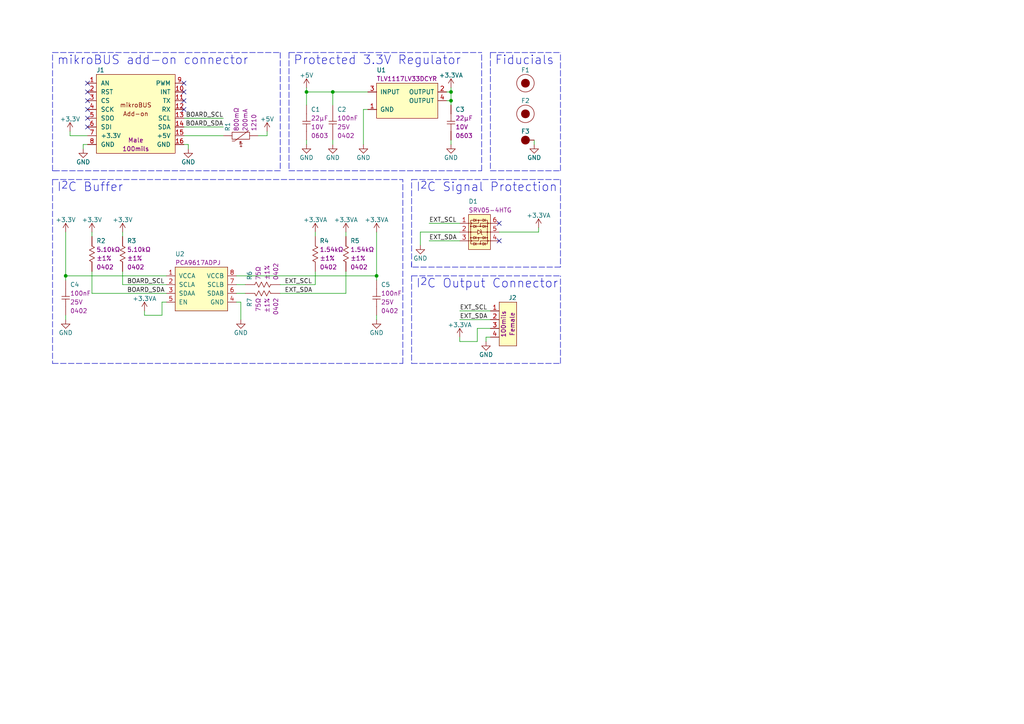
<source format=kicad_sch>
(kicad_sch (version 20211123) (generator eeschema)
  (paper "A4")
  (title_block (title "${title}") (date "${year}-${month}-${day}") (rev "${rev}") (company "${company}") (comment 1 "${author}"))
  (lib_symbols
    (symbol "connaxio-capacitors:CAP_CER_100NF_25V_0402" (pin_numbers hide) (pin_names (offset 1.016) hide)
      (property "Reference" "C" (at 1.27 3.81 0))
      (property "Property" "100nF" (at 1.27 1.27 0))
      (property "Package" "0402" (at 1.27 -3.81 0))
      (property "Voltage" "25V" (at 1.27 -1.27 0))
      (symbol "CAP_CER_100NF_25V_0402_0_1"
        (polyline (pts (xy -1.143 0.381) (xy 1.143 0.381)))
        (polyline (pts (xy 0 -2.54) (xy 0 -0.381)))
        (polyline (pts (xy 0 2.54) (xy 0 0.381)))
        (polyline (pts (xy 1.143 -0.381) (xy -1.143 -0.381)))
      )
      (symbol "CAP_CER_100NF_25V_0402_1_0"
        (pin passive line (at 0 -5.08 90) (length 2.54) (name "2") (number "2"))
      )
      (symbol "CAP_CER_100NF_25V_0402_1_1"
        (pin passive line (at 0 5.08 270) (length 2.54) (name "1") (number "1"))
      )
    )
    (symbol "connaxio-capacitors:CAP_CER_22UF_10V_0603" (pin_numbers hide) (pin_names (offset 1.016) hide)
      (property "Reference" "C" (at 1.27 3.81 0))
      (property "Property" "22µF" (at 1.27 1.27 0))
      (property "Package" "0603" (at 1.27 -3.81 0))
      (property "Voltage" "10V" (at 1.27 -1.27 0))
      (symbol "CAP_CER_22UF_10V_0603_0_1"
        (polyline (pts (xy -1.143 0.381) (xy 1.143 0.381)))
        (polyline (pts (xy 0 -2.54) (xy 0 -0.381)))
        (polyline (pts (xy 0 2.54) (xy 0 0.381)))
        (polyline (pts (xy 1.143 -0.381) (xy -1.143 -0.381)))
      )
      (symbol "CAP_CER_22UF_10V_0603_1_0"
        (pin passive line (at 0 -5.08 90) (length 2.54) (name "2") (number "2"))
      )
      (symbol "CAP_CER_22UF_10V_0603_1_1"
        (pin passive line (at 0 5.08 270) (length 2.54) (name "1") (number "1"))
      )
    )
    (symbol "connaxio-connectors:CON_HDR_100MILS_F_TH_RA_1X4" (pin_names (offset 1.27) hide)
      (property "Reference" "J" (at 0 1.27 0))
      (property "Property" "100mils" (at 3.81 -6.35 90))
      (property "Note" "Female" (at 1.27 -6.35 90))
      (symbol "CON_HDR_100MILS_F_TH_RA_1X4_0_1"
        (rectangle (start 0 0) (end 5.08 -12.7) (fill (type background)))
      )
      (symbol "CON_HDR_100MILS_F_TH_RA_1X4_1_1"
        (pin passive line (at 7.62 -2.54 180) (length 2.54) (name "1") (number "1"))
        (pin passive line (at 7.62 -5.08 180) (length 2.54) (name "2") (number "2"))
        (pin passive line (at 7.62 -7.62 180) (length 2.54) (name "3") (number "3"))
        (pin passive line (at 7.62 -10.16 180) (length 2.54) (name "4") (number "4"))
      )
    )
    (symbol "connaxio-connectors:CON_HDR_MIKROBUS_ADDON_TH" (pin_names (offset 1.27))
      (property "Reference" "J" (at 0 1.27 0))
      (property "Property" "100mils" (at 11.43 -21.59 0))
      (property "Note" "Male" (at 11.43 -19.05 0))
      (symbol "CON_HDR_MIKROBUS_ADDON_TH_0_0"
        (text "Add-on" (at 11.43 -11.43 0) (effects (font (size 1.27 1.27))))
        (text "mikroBUS" (at 11.43 -8.89 0) (effects (font (size 1.27 1.27))))
      )
      (symbol "CON_HDR_MIKROBUS_ADDON_TH_0_1"
        (rectangle (start 0 0) (end 22.86 -22.86) (fill (type background)))
      )
      (symbol "CON_HDR_MIKROBUS_ADDON_TH_1_1"
        (pin passive line (at -2.54 -2.54 0) (length 2.54) (name "AN") (number "1"))
        (pin passive line (at 25.4 -5.08 180) (length 2.54) (name "INT") (number "10"))
        (pin passive line (at 25.4 -7.62 180) (length 2.54) (name "TX") (number "11"))
        (pin passive line (at 25.4 -10.16 180) (length 2.54) (name "RX") (number "12"))
        (pin passive line (at 25.4 -12.7 180) (length 2.54) (name "SCL") (number "13"))
        (pin passive line (at 25.4 -15.24 180) (length 2.54) (name "SDA") (number "14"))
        (pin passive line (at 25.4 -17.78 180) (length 2.54) (name "+5V") (number "15"))
        (pin passive line (at 25.4 -20.32 180) (length 2.54) (name "GND") (number "16"))
        (pin passive line (at -2.54 -5.08 0) (length 2.54) (name "RST") (number "2"))
        (pin passive line (at -2.54 -7.62 0) (length 2.54) (name "CS") (number "3"))
        (pin passive line (at -2.54 -10.16 0) (length 2.54) (name "SCK") (number "4"))
        (pin passive line (at -2.54 -12.7 0) (length 2.54) (name "SDO") (number "5"))
        (pin passive line (at -2.54 -15.24 0) (length 2.54) (name "SDI") (number "6"))
        (pin passive line (at -2.54 -17.78 0) (length 2.54) (name "+3.3V") (number "7"))
        (pin passive line (at -2.54 -20.32 0) (length 2.54) (name "GND") (number "8"))
        (pin passive line (at 25.4 -2.54 180) (length 2.54) (name "PWM") (number "9"))
      )
    )
    (symbol "connaxio-diodes:DIO_TVS_SRV05-4HTG" (pin_names (offset 1.016) hide)
      (property "Reference" "D" (at 0 3.81 0))
      (property "Manufacturer Part Number" "SRV05-4HTG" (at 0 1.27 0))
      (symbol "DIO_TVS_SRV05-4HTG_0_0"
        (polyline (pts (xy 4.826 -3.048) (xy 4.826 -3.81)))
        (polyline (pts (xy 4.826 -3.429) (xy 4.191 -3.048) (xy 4.191 -3.81) (xy 4.826 -3.429)))
      )
      (symbol "DIO_TVS_SRV05-4HTG_0_1"
        (polyline (pts (xy 0.635 -7.366) (xy 0.635 -2.794)))
        (polyline (pts (xy 1.524 -6.731) (xy 0.635 -6.731)))
        (polyline (pts (xy 1.524 -3.429) (xy 0.635 -3.429)))
        (polyline (pts (xy 2.159 -8.509) (xy 4.191 -8.509)))
        (polyline (pts (xy 2.159 -6.731) (xy 4.191 -6.731)))
        (polyline (pts (xy 2.159 -3.429) (xy 4.191 -3.429)))
        (polyline (pts (xy 2.159 -1.651) (xy 4.191 -1.651)))
        (polyline (pts (xy 2.667 -5.08) (xy 0 -5.08)))
        (polyline (pts (xy 3.683 -5.08) (xy 6.35 -5.08)))
        (polyline (pts (xy 4.826 -6.731) (xy 5.461 -6.731)))
        (polyline (pts (xy 4.826 -3.429) (xy 5.461 -3.429)))
        (polyline (pts (xy 5.461 -2.794) (xy 5.461 -7.366)))
        (polyline (pts (xy 0.635 -2.286) (xy 0.635 -1.651) (xy 1.524 -1.651)))
        (polyline (pts (xy 1.524 -8.509) (xy 0.635 -8.509) (xy 0.635 -7.874)))
        (polyline (pts (xy 2.921 -6.731) (xy 2.921 -7.62) (xy 0 -7.62)))
        (polyline (pts (xy 2.921 -1.651) (xy 2.921 -2.54) (xy 0 -2.54)))
        (polyline (pts (xy 3.429 -8.509) (xy 3.429 -7.62) (xy 6.35 -7.62)))
        (polyline (pts (xy 3.429 -3.429) (xy 3.429 -2.54) (xy 6.35 -2.54)))
        (polyline (pts (xy 5.461 -7.874) (xy 5.461 -8.509) (xy 4.826 -8.509)))
        (polyline (pts (xy 5.461 -2.286) (xy 5.461 -1.651) (xy 4.826 -1.651)))
        (polyline (pts (xy 3.683 -5.08) (xy 2.667 -4.445) (xy 2.667 -5.715) (xy 3.683 -5.08)))
        (polyline (pts (xy 3.937 -5.842) (xy 3.683 -5.588) (xy 3.683 -4.572) (xy 3.429 -4.318)))
        (rectangle (start 0 0) (end 6.35 -10.16) (fill (type background)))
        (arc (start 0.635 -7.874) (mid 0.889 -7.62) (end 0.635 -7.366))
        (circle (center 0.635 -6.731) (radius 0.127))
        (circle (center 0.635 -5.08) (radius 0.127))
        (circle (center 0.635 -3.429) (radius 0.127))
        (arc (start 0.635 -2.794) (mid 0.889 -2.54) (end 0.635 -2.286))
        (circle (center 2.921 -6.731) (radius 0.127))
        (circle (center 2.921 -1.651) (radius 0.127))
        (circle (center 3.429 -8.509) (radius 0.127))
        (circle (center 3.429 -3.429) (radius 0.127))
        (arc (start 5.461 -7.874) (mid 5.715 -7.62) (end 5.461 -7.366))
        (circle (center 5.461 -6.731) (radius 0.127))
        (circle (center 5.461 -5.08) (radius 0.127))
        (circle (center 5.461 -3.429) (radius 0.127))
        (arc (start 5.461 -2.794) (mid 5.715 -2.54) (end 5.461 -2.286))
        (rectangle (start 6.35 -5.08) (end 6.35 -5.08))
      )
      (symbol "DIO_TVS_SRV05-4HTG_1_1"
        (polyline (pts (xy 2.159 -8.128) (xy 2.159 -8.89)))
        (polyline (pts (xy 2.159 -6.35) (xy 2.159 -7.112)))
        (polyline (pts (xy 2.159 -3.048) (xy 2.159 -3.81)))
        (polyline (pts (xy 2.159 -1.27) (xy 2.159 -2.032)))
        (polyline (pts (xy 4.826 -8.128) (xy 4.826 -8.89)))
        (polyline (pts (xy 4.826 -6.35) (xy 4.826 -7.112)))
        (polyline (pts (xy 4.826 -1.27) (xy 4.826 -2.032)))
        (polyline (pts (xy 2.159 -8.509) (xy 1.524 -8.128) (xy 1.524 -8.89) (xy 2.159 -8.509)))
        (polyline (pts (xy 2.159 -6.731) (xy 1.524 -6.35) (xy 1.524 -7.112) (xy 2.159 -6.731)))
        (polyline (pts (xy 2.159 -3.429) (xy 1.524 -3.048) (xy 1.524 -3.81) (xy 2.159 -3.429)))
        (polyline (pts (xy 2.159 -1.651) (xy 1.524 -1.27) (xy 1.524 -2.032) (xy 2.159 -1.651)))
        (polyline (pts (xy 4.826 -8.509) (xy 4.191 -8.128) (xy 4.191 -8.89) (xy 4.826 -8.509)))
        (polyline (pts (xy 4.826 -6.731) (xy 4.191 -6.35) (xy 4.191 -7.112) (xy 4.826 -6.731)))
        (polyline (pts (xy 4.826 -1.651) (xy 4.191 -1.27) (xy 4.191 -2.032) (xy 4.826 -1.651)))
        (pin passive line (at -2.54 -2.54 0) (length 2.54) (name "1") (number "1"))
        (pin power_in line (at -2.54 -5.08 0) (length 2.54) (name "2") (number "2"))
        (pin passive line (at -2.54 -7.62 0) (length 2.54) (name "3") (number "3"))
        (pin passive line (at 8.89 -7.62 180) (length 2.54) (name "4") (number "4"))
        (pin power_in line (at 8.89 -5.08 180) (length 2.54) (name "5") (number "5"))
        (pin passive line (at 8.89 -2.54 180) (length 2.54) (name "6") (number "6"))
      )
    )
    (symbol "connaxio-ic:BUF_I2C_PCA9617ADPJ" (pin_names (offset 1.016))
      (property "Reference" "U" (at 0 3.81 0))
      (property "Manufacturer Part Number" "PCA9617ADPJ" (at 0 1.27 0))
      (symbol "BUF_I2C_PCA9617ADPJ_0_1"
        (rectangle (start 0 0) (end 15.24 -12.7) (fill (type background)))
      )
      (symbol "BUF_I2C_PCA9617ADPJ_1_1"
        (pin power_in line (at -2.54 -2.54 0) (length 2.54) (name "VCCA") (number "1"))
        (pin input line (at -2.54 -5.08 0) (length 2.54) (name "SCLA") (number "2"))
        (pin bidirectional line (at -2.54 -7.62 0) (length 2.54) (name "SDAA") (number "3"))
        (pin power_in line (at 17.78 -10.16 180) (length 2.54) (name "GND") (number "4"))
        (pin input line (at -2.54 -10.16 0) (length 2.54) (name "EN") (number "5"))
        (pin bidirectional line (at 17.78 -7.62 180) (length 2.54) (name "SDAB") (number "6"))
        (pin output line (at 17.78 -5.08 180) (length 2.54) (name "SCLB") (number "7"))
        (pin power_in line (at 17.78 -2.54 180) (length 2.54) (name "VCCB") (number "8"))
      )
    )
    (symbol "connaxio-mechanical:FID_1X1" (pin_numbers hide) (pin_names (offset 1.016) hide) (in_bom no)
      (property "Reference" "F" (at 0 2.54 0))
      (symbol "FID_1X1_0_1"
        (circle (center 0 0) (radius 0.635) (stroke (width 1.27)))
      )
      (symbol "FID_1X1_1_1"
        (pin input line (at 2.54 0 180) (length 2.54) (name "1") (number "1"))
      )
    )
    (symbol "connaxio-mechanical:FID_1X3" (pin_names (offset 1.016)) (in_bom no)
      (property "Reference" "F" (at 0 3.81 0))
      (symbol "FID_1X3_0_1"
        (circle (center 0 0) (radius 0.635) (stroke (width 1.27)))
        (circle (center 0 0) (radius 2.54))
      )
    )
    (symbol "connaxio-pmic:REG_LDO_TLV1117LV33DCYR" (pin_names (offset 1.016))
      (property "Reference" "U" (at 0 3.81 0))
      (property "Manufacturer Part Number" "TLV1117LV33DCYR" (at 0 1.27 0))
      (symbol "REG_LDO_TLV1117LV33DCYR_0_1"
        (rectangle (start 0 0) (end 17.78 -10.16) (fill (type background)))
      )
      (symbol "REG_LDO_TLV1117LV33DCYR_1_1"
        (pin power_in line (at -2.54 -7.62 0) (length 2.54) (name "GND") (number "1"))
        (pin power_out line (at 20.32 -2.54 180) (length 2.54) (name "OUTPUT") (number "2"))
        (pin power_in line (at -2.54 -2.54 0) (length 2.54) (name "INPUT") (number "3"))
        (pin power_out line (at 20.32 -5.08 180) (length 2.54) (name "OUTPUT") (number "4"))
      )
    )
    (symbol "connaxio-resistors:PTC_SMD1210B010TF" (pin_numbers hide) (pin_names (offset 1.27) hide)
      (property "Reference" "R" (at 1.27 3.81 0))
      (property "Package" "1210" (at 1.27 -3.81 0))
      (property "Property" "800mΩ" (at 1.27 1.27 0))
      (property "Current" "200mA" (at 1.27 -1.27 0))
      (symbol "PTC_SMD1210B010TF_0_0"
        (text "+t^{o}" (at -2.54 0 0) (effects (font (size 0.762 0.762))))
      )
      (symbol "PTC_SMD1210B010TF_0_1"
        (rectangle (start -1.016 2.54) (end 1.016 -2.54))
        (polyline (pts (xy 0 3.302) (xy 0 3.302)))
        (polyline (pts (xy 1.524 -2.286) (xy -1.524 1.778) (xy -1.524 2.54)))
      )
      (symbol "PTC_SMD1210B010TF_1_1"
        (pin passive line (at 0 5.08 270) (length 2.54) (name "1") (number "1"))
        (pin passive line (at 0 -5.08 90) (length 2.54) (name "2") (number "2"))
      )
    )
    (symbol "connaxio-resistors:RES_1.54KΩ_1%_0402" (pin_numbers hide) (pin_names (offset 1.27) hide)
      (property "Reference" "R" (at 1.27 3.81 0))
      (property "Package" "0402" (at 1.27 -3.81 0))
      (property "Property" "1.54kΩ" (at 1.27 1.27 0))
      (property "Tolerance" "±1%" (at 1.27 -1.27 0))
      (symbol "RES_1.54KΩ_1%_0402_0_1"
        (polyline (pts (xy 0 3.302) (xy 0 3.302)))
        (polyline (pts (xy 0 2.286) (xy 0.762 1.905) (xy -0.762 1.143) (xy 0.762 0.381) (xy -0.762 -0.381) (xy 0.762 -1.143) (xy -0.762 -1.905) (xy 0 -2.286)))
      )
      (symbol "RES_1.54KΩ_1%_0402_1_1"
        (pin passive line (at 0 5.08 270) (length 2.794) (name "1") (number "1"))
        (pin passive line (at 0 -5.08 90) (length 2.794) (name "2") (number "2"))
      )
    )
    (symbol "connaxio-resistors:RES_5.10KΩ_1%_0402" (pin_numbers hide) (pin_names (offset 1.27) hide)
      (property "Reference" "R" (at 1.27 3.81 0))
      (property "Package" "0402" (at 1.27 -3.81 0))
      (property "Property" "5.10kΩ" (at 1.27 1.27 0))
      (property "Tolerance" "±1%" (at 1.27 -1.27 0))
      (symbol "RES_5.10KΩ_1%_0402_0_1"
        (polyline (pts (xy 0 3.302) (xy 0 3.302)))
        (polyline (pts (xy 0 2.286) (xy 0.762 1.905) (xy -0.762 1.143) (xy 0.762 0.381) (xy -0.762 -0.381) (xy 0.762 -1.143) (xy -0.762 -1.905) (xy 0 -2.286)))
      )
      (symbol "RES_5.10KΩ_1%_0402_1_1"
        (pin passive line (at 0 5.08 270) (length 2.794) (name "1") (number "1"))
        (pin passive line (at 0 -5.08 90) (length 2.794) (name "2") (number "2"))
      )
    )
    (symbol "connaxio-resistors:RES_75Ω_1%_0402" (pin_numbers hide) (pin_names (offset 1.27) hide)
      (property "Reference" "R" (at 1.27 3.81 0))
      (property "Package" "0402" (at 1.27 -3.81 0))
      (property "Property" "75Ω" (at 1.27 1.27 0))
      (property "Tolerance" "±1%" (at 1.27 -1.27 0))
      (symbol "RES_75Ω_1%_0402_0_1"
        (polyline (pts (xy 0 3.302) (xy 0 3.302)))
        (polyline (pts (xy 0 2.286) (xy 0.762 1.905) (xy -0.762 1.143) (xy 0.762 0.381) (xy -0.762 -0.381) (xy 0.762 -1.143) (xy -0.762 -1.905) (xy 0 -2.286)))
      )
      (symbol "RES_75Ω_1%_0402_1_1"
        (pin passive line (at 0 5.08 270) (length 2.794) (name "1") (number "1"))
        (pin passive line (at 0 -5.08 90) (length 2.794) (name "2") (number "2"))
      )
    )
    (symbol "power:+3.3V" (power) (pin_names (offset 0))
      (property "Value" "+3.3V" (at 0 3.556 0))
      (symbol "+3.3V_0_1"
        (polyline (pts (xy -0.762 1.27) (xy 0 2.54)))
        (polyline (pts (xy 0 0) (xy 0 2.54)))
        (polyline (pts (xy 0 2.54) (xy 0.762 1.27)))
      )
      (symbol "+3.3V_1_1"
        (pin power_in line (at 0 0 90) (length 0) hide (name "+3.3V") (number "1"))
      )
    )
    (symbol "power:+3.3VA" (power) (pin_names (offset 0))
      (property "Value" "+3.3VA" (at 0 3.556 0))
      (symbol "+3.3VA_0_1"
        (polyline (pts (xy -0.762 1.27) (xy 0 2.54)))
        (polyline (pts (xy 0 0) (xy 0 2.54)))
        (polyline (pts (xy 0 2.54) (xy 0.762 1.27)))
      )
      (symbol "+3.3VA_1_1"
        (pin power_in line (at 0 0 90) (length 0) hide (name "+3.3VA") (number "1"))
      )
    )
    (symbol "power:+5V" (power) (pin_names (offset 0))
      (property "Value" "+5V" (at 0 3.556 0))
      (symbol "+5V_0_1"
        (polyline (pts (xy -0.762 1.27) (xy 0 2.54)))
        (polyline (pts (xy 0 0) (xy 0 2.54)))
        (polyline (pts (xy 0 2.54) (xy 0.762 1.27)))
      )
      (symbol "+5V_1_1"
        (pin power_in line (at 0 0 90) (length 0) hide (name "+5V") (number "1"))
      )
    )
    (symbol "power:GND" (power) (pin_names (offset 0))
      (property "Value" "GND" (at 0 -3.81 0))
      (symbol "GND_0_1"
        (polyline (pts (xy 0 0) (xy 0 -1.27) (xy 1.27 -1.27) (xy 0 -2.54) (xy -1.27 -1.27) (xy 0 -1.27)))
      )
      (symbol "GND_1_1"
        (pin power_in line (at 0 0 270) (length 0) hide (name "GND") (number "1"))
      )
    )
  )
  (junction (at 96.52 26.67))
  (junction (at 88.9 26.67))
  (junction (at 19.05 80.01))
  (junction (at 130.81 26.67))
  (junction (at 130.81 29.21))
  (junction (at 109.22 80.01))
  (no_connect (at 25.4 34.29))
  (no_connect (at 25.4 36.83))
  (no_connect (at 53.34 29.21))
  (no_connect (at 25.4 29.21))
  (no_connect (at 25.4 24.13))
  (no_connect (at 144.78 64.77))
  (no_connect (at 144.78 69.85))
  (no_connect (at 53.34 26.67))
  (no_connect (at 25.4 26.67))
  (no_connect (at 53.34 31.75))
  (no_connect (at 25.4 31.75))
  (no_connect (at 53.34 24.13))
  (wire (pts (xy 35.56 78.74) (xy 35.56 82.55)))
  (wire (pts (xy 53.34 41.91) (xy 54.61 41.91)))
  (wire (pts (xy 41.91 90.17) (xy 41.91 91.44)))
  (wire (pts (xy 106.68 31.75) (xy 105.41 31.75)))
  (wire (pts (xy 35.56 67.31) (xy 35.56 68.58)))
  (wire (pts (xy 96.52 26.67) (xy 106.68 26.67)))
  (wire (pts (xy 140.97 97.79) (xy 140.97 99.06)))
  (wire (pts (xy 26.67 85.09) (xy 48.26 85.09)))
  (wire (pts (xy 53.34 36.83) (xy 64.77 36.83)))
  (polyline (pts (xy 139.7 49.53) (xy 139.7 15.24)))
  (wire (pts (xy 77.47 38.1) (xy 77.47 39.37)))
  (wire (pts (xy 25.4 39.37) (xy 20.32 39.37)))
  (polyline (pts (xy 116.84 105.41) (xy 116.84 52.07)))
  (wire (pts (xy 88.9 40.64) (xy 88.9 41.91)))
  (wire (pts (xy 109.22 91.44) (xy 109.22 92.71)))
  (wire (pts (xy 142.24 97.79) (xy 140.97 97.79)))
  (wire (pts (xy 46.99 91.44) (xy 46.99 87.63)))
  (wire (pts (xy 100.33 85.09) (xy 100.33 78.74)))
  (polyline (pts (xy 162.56 49.53) (xy 162.56 15.24)))
  (wire (pts (xy 19.05 91.44) (xy 19.05 92.71)))
  (polyline (pts (xy 83.82 15.24) (xy 139.7 15.24)))
  (polyline (pts (xy 162.56 52.07) (xy 162.56 77.47)))
  (wire (pts (xy 53.34 39.37) (xy 64.77 39.37)))
  (wire (pts (xy 91.44 67.31) (xy 91.44 68.58)))
  (wire (pts (xy 96.52 26.67) (xy 96.52 30.48)))
  (wire (pts (xy 20.32 38.1) (xy 20.32 39.37)))
  (wire (pts (xy 68.58 85.09) (xy 71.12 85.09)))
  (wire (pts (xy 74.93 39.37) (xy 77.47 39.37)))
  (polyline (pts (xy 142.24 15.24) (xy 142.24 49.53)))
  (wire (pts (xy 24.13 41.91) (xy 24.13 43.18)))
  (wire (pts (xy 130.81 40.64) (xy 130.81 41.91)))
  (wire (pts (xy 144.78 67.31) (xy 156.21 67.31)))
  (polyline (pts (xy 142.24 15.24) (xy 162.56 15.24)))
  (wire (pts (xy 25.4 41.91) (xy 24.13 41.91)))
  (wire (pts (xy 129.54 26.67) (xy 130.81 26.67)))
  (wire (pts (xy 68.58 80.01) (xy 109.22 80.01)))
  (polyline (pts (xy 119.38 52.07) (xy 162.56 52.07)))
  (wire (pts (xy 130.81 26.67) (xy 130.81 29.21)))
  (polyline (pts (xy 15.24 105.41) (xy 116.84 105.41)))
  (wire (pts (xy 88.9 25.4) (xy 88.9 26.67)))
  (wire (pts (xy 88.9 26.67) (xy 88.9 30.48)))
  (wire (pts (xy 81.28 85.09) (xy 100.33 85.09)))
  (wire (pts (xy 156.21 66.04) (xy 156.21 67.31)))
  (polyline (pts (xy 81.28 49.53) (xy 15.24 49.53)))
  (wire (pts (xy 54.61 41.91) (xy 54.61 43.18)))
  (wire (pts (xy 46.99 87.63) (xy 48.26 87.63)))
  (wire (pts (xy 96.52 40.64) (xy 96.52 41.91)))
  (wire (pts (xy 133.35 90.17) (xy 142.24 90.17)))
  (wire (pts (xy 19.05 67.31) (xy 19.05 80.01)))
  (polyline (pts (xy 83.82 15.24) (xy 83.82 49.53)))
  (wire (pts (xy 26.67 67.31) (xy 26.67 68.58)))
  (wire (pts (xy 124.46 69.85) (xy 133.35 69.85)))
  (wire (pts (xy 100.33 67.31) (xy 100.33 68.58)))
  (polyline (pts (xy 81.28 15.24) (xy 81.28 49.53)))
  (wire (pts (xy 105.41 31.75) (xy 105.41 41.91)))
  (wire (pts (xy 68.58 87.63) (xy 69.85 87.63)))
  (wire (pts (xy 53.34 34.29) (xy 64.77 34.29)))
  (wire (pts (xy 138.43 95.25) (xy 138.43 99.06)))
  (wire (pts (xy 130.81 25.4) (xy 130.81 26.67)))
  (wire (pts (xy 121.92 67.31) (xy 121.92 71.12)))
  (wire (pts (xy 81.28 82.55) (xy 91.44 82.55)))
  (wire (pts (xy 130.81 29.21) (xy 130.81 30.48)))
  (wire (pts (xy 91.44 78.74) (xy 91.44 82.55)))
  (wire (pts (xy 88.9 26.67) (xy 96.52 26.67)))
  (wire (pts (xy 124.46 64.77) (xy 133.35 64.77)))
  (wire (pts (xy 142.24 95.25) (xy 138.43 95.25)))
  (polyline (pts (xy 15.24 52.07) (xy 116.84 52.07)))
  (polyline (pts (xy 15.24 49.53) (xy 15.24 15.24)))
  (wire (pts (xy 121.92 67.31) (xy 133.35 67.31)))
  (polyline (pts (xy 162.56 105.41) (xy 162.56 80.01)))
  (polyline (pts (xy 142.24 49.53) (xy 162.56 49.53)))
  (wire (pts (xy 133.35 99.06) (xy 138.43 99.06)))
  (wire (pts (xy 133.35 97.79) (xy 133.35 99.06)))
  (polyline (pts (xy 15.24 49.53) (xy 16.51 49.53)))
  (polyline (pts (xy 119.38 80.01) (xy 162.56 80.01)))
  (polyline (pts (xy 83.82 49.53) (xy 139.7 49.53)))
  (polyline (pts (xy 119.38 105.41) (xy 162.56 105.41)))
  (wire (pts (xy 133.35 92.71) (xy 142.24 92.71)))
  (polyline (pts (xy 119.38 80.01) (xy 119.38 105.41)))
  (wire (pts (xy 109.22 80.01) (xy 109.22 81.28)))
  (wire (pts (xy 35.56 82.55) (xy 48.26 82.55)))
  (wire (pts (xy 109.22 67.31) (xy 109.22 80.01)))
  (polyline (pts (xy 162.56 77.47) (xy 119.38 77.47)))
  (polyline (pts (xy 15.24 15.24) (xy 81.28 15.24)))
  (wire (pts (xy 154.94 40.64) (xy 154.94 41.91)))
  (polyline (pts (xy 119.38 77.47) (xy 119.38 52.07)))
  (wire (pts (xy 69.85 87.63) (xy 69.85 92.71)))
  (wire (pts (xy 68.58 82.55) (xy 71.12 82.55)))
  (wire (pts (xy 19.05 81.28) (xy 19.05 80.01)))
  (polyline (pts (xy 119.38 77.47) (xy 119.38 76.2)))
  (wire (pts (xy 26.67 85.09) (xy 26.67 78.74)))
  (wire (pts (xy 41.91 91.44) (xy 46.99 91.44)))
  (wire (pts (xy 129.54 29.21) (xy 130.81 29.21)))
  (polyline (pts (xy 15.24 52.07) (xy 15.24 105.41)))
  (wire (pts (xy 19.05 80.01) (xy 48.26 80.01)))
  (text "I^{2}C Buffer" (at 16.51 55.88 0) (effects (font (size 2.54 2.54)) (justify left bottom)))
  (text "I^{2}C Signal Protection" (at 120.65 55.88 0) (effects (font (size 2.54 2.54)) (justify left bottom)))
  (text "Fiducials" (at 143.51 19.05 0) (effects (font (size 2.54 2.54)) (justify left bottom)))
  (text "I^{2}C Output Connector" (at 120.65 83.82 0) (effects (font (size 2.54 2.54)) (justify left bottom)))
  (text "Protected 3.3V Regulator" (at 85.09 19.05 0) (effects (font (size 2.54 2.54)) (justify left bottom)))
  (text "mikroBUS add-on connector" (at 16.51 19.05 0) (effects (font (size 2.54 2.54)) (justify left bottom)))
  (label "EXT_SDA" (at 133.35 92.71 0))
  (label "EXT_SCL" (at 82.55 82.55 0))
  (label "EXT_SDA" (at 82.55 85.09 0))
  (label "EXT_SCL" (at 133.35 90.17 0))
  (label "BOARD_SCL" (at 36.83 82.55 0))
  (label "BOARD_SCL" (at 64.77 34.29 180))
  (label "EXT_SDA" (at 124.46 69.85 0))
  (label "EXT_SCL" (at 124.46 64.77 0))
  (label "BOARD_SDA" (at 36.83 85.09 0))
  (label "BOARD_SDA" (at 64.77 36.83 180))
  (symbol (lib_id "connaxio-resistors:RES_75Ω_1%_0402") (at 76.2 82.55 90) (unit 1)
    (property "Reference" "R6" (at 72.39 81.28 0) (effects (justify left)))
    (property "Value" "RES_75Ω_1%_0402" (effects hide))
    (property "Footprint" "connaxio-resistors:RES_0402_1005M" (effects hide))
    (property "Datasheet" "https://www.seielect.com/catalog/sei-rmcf_rmcp.pdf" (effects hide))
    (property "Manufacturer" "Stackpole Electronics Inc" (effects hide))
    (property "Manufacturer Part Number" "RMCF0402FT75R0" (effects hide))
    (property "Package" "0402" (at 80.01 81.28 0) (effects (justify left)))
    (property "Polarized" "No" (effects hide))
    (property "Power" "1/16W" (effects hide))
    (property "Property" "75Ω" (at 74.93 81.28 0) (effects (justify left)))
    (property "Temperature" "-55°C to +155°C" (effects hide))
    (property "Tolerance" "±1%" (at 77.47 81.28 0) (effects (justify left)))
    (property "Voltage" "50V" (effects hide))
  )
  (symbol (lib_id "power:GND") (at 54.61 43.18 0) (unit 1)
    (property "Reference" "#PWR011" (effects hide))
    (property "Value" "GND" (at 54.61 46.99 0))
  )
  (symbol (lib_id "power:+3.3V") (at 20.32 38.1 0) (unit 1)
    (property "Reference" "#PWR03" (effects hide))
    (property "Value" "+3.3V" (at 20.32 34.544 0))
  )
  (symbol (lib_id "power:GND") (at 88.9 41.91 0) (unit 1)
    (property "Reference" "#PWR05" (effects hide))
    (property "Value" "GND" (at 88.9 45.72 0))
  )
  (symbol (lib_id "connaxio-resistors:RES_1.54KΩ_1%_0402") (at 91.44 73.66 0) (unit 1)
    (property "Reference" "R4" (at 92.71 69.85 0) (effects (justify left)))
    (property "Value" "RES_1.54KΩ_1%_0402" (effects hide))
    (property "Footprint" "connaxio-resistors:RES_0402_1005M" (effects hide))
    (property "Datasheet" "https://www.seielect.com/catalog/sei-rmcf_rmcp.pdf" (effects hide))
    (property "Manufacturer" "Stackpole Electronics Inc" (effects hide))
    (property "Manufacturer Part Number" "RMCF0402FT1K54" (effects hide))
    (property "Package" "0402" (at 92.71 77.47 0) (effects (justify left)))
    (property "Polarized" "No" (effects hide))
    (property "Power" "1/16W" (effects hide))
    (property "Property" "1.54kΩ" (at 92.71 72.39 0) (effects (justify left)))
    (property "Temperature" "-55°C to +155°C" (effects hide))
    (property "Tolerance" "±1%" (at 92.71 74.93 0) (effects (justify left)))
    (property "Voltage" "50V" (effects hide))
  )
  (symbol (lib_id "power:+3.3VA") (at 100.33 67.31 0) (unit 1)
    (property "Reference" "#PWR017" (effects hide))
    (property "Value" "+3.3VA" (at 100.33 63.754 0))
  )
  (symbol (lib_id "connaxio-capacitors:CAP_CER_100NF_25V_0402") (at 19.05 86.36 0) (unit 1)
    (property "Reference" "C4" (at 20.32 82.55 0) (effects (justify left)))
    (property "Value" "CAP_CER_100NF_25V_0402" (effects hide))
    (property "Footprint" "connaxio-capacitors:CAP_CER_0402_1005M" (effects hide))
    (property "Datasheet" "https://media.digikey.com/pdf/Data%20Sheets/Samsung%20PDFs/CL05A104KA5NNNC.pdf" (effects hide))
    (property "Property" "100nF" (at 20.32 85.09 0) (effects (justify left)))
    (property "Manufacturer" "Samsung Electro-Mechanics" (effects hide))
    (property "Manufacturer Part Number" "CL05A104KA5NNNC" (effects hide))
    (property "Package" "0402" (at 20.32 90.17 0) (effects (justify left)))
    (property "Polarized" "No" (effects hide))
    (property "Temperature" "-55°C to +85°C" (effects hide))
    (property "Tolerance" "±10%" (effects hide))
    (property "Voltage" "25V" (at 20.32 87.63 0) (effects (justify left)))
  )
  (symbol (lib_id "power:GND") (at 105.41 41.91 0) (unit 1)
    (property "Reference" "#PWR07" (effects hide))
    (property "Value" "GND" (at 105.41 45.72 0))
  )
  (symbol (lib_id "connaxio-mechanical:FID_1X1") (at 152.4 40.64 0) (unit 1) (in_bom no)
    (property "Reference" "F3" (at 152.4 38.1 0))
    (property "Value" "FID_1X1" (effects hide))
    (property "Footprint" "connaxio-mechanical:FID_1X1" (effects hide))
  )
  (symbol (lib_id "connaxio-resistors:RES_75Ω_1%_0402") (at 76.2 85.09 90) (mirror x) (unit 1)
    (property "Reference" "R7" (at 72.39 86.36 0) (effects (justify left)))
    (property "Value" "RES_75Ω_1%_0402" (effects hide))
    (property "Footprint" "connaxio-resistors:RES_0402_1005M" (effects hide))
    (property "Datasheet" "https://www.seielect.com/catalog/sei-rmcf_rmcp.pdf" (effects hide))
    (property "Manufacturer" "Stackpole Electronics Inc" (effects hide))
    (property "Manufacturer Part Number" "RMCF0402FT75R0" (effects hide))
    (property "Package" "0402" (at 80.01 86.36 0) (effects (justify left)))
    (property "Polarized" "No" (effects hide))
    (property "Power" "1/16W" (effects hide))
    (property "Property" "75Ω" (at 74.93 86.36 0) (effects (justify left)))
    (property "Temperature" "-55°C to +155°C" (effects hide))
    (property "Tolerance" "±1%" (at 77.47 86.36 0) (effects (justify left)))
    (property "Voltage" "50V" (effects hide))
  )
  (symbol (lib_id "connaxio-pmic:REG_LDO_TLV1117LV33DCYR") (at 109.22 24.13 0) (unit 1)
    (property "Reference" "U1" (at 109.22 20.32 0) (effects (justify left)))
    (property "Value" "REG_LDO_TLV1117LV33DCYR" (effects hide))
    (property "Footprint" "connaxio-sop:SOT-223-4" (effects hide))
    (property "Datasheet" "https://www.ti.com/lit/ds/symlink/tlv1117lv.pdf?HQS=dis-dk-null-digikeymode-dsf-pf-null-wwe&ts=1673276700319&ref_url=https%253A%252F%252Fwww.ti.com%252Fgeneral%252Fdocs%252Fsuppproductinfo.tsp%253FdistId%253D10%2526gotoUrl%253Dhttps%253A%252F%252Fwww.ti.com%252Flit%252Fgpn%252Ftlv1117lv" (effects hide))
    (property "Current" "1A" (effects hide))
    (property "Manufacturer" "Texas Instruments" (effects hide))
    (property "Manufacturer Part Number" "TLV1117LV33DCYR" (at 109.22 22.86 0) (effects (justify left)))
    (property "Package" "SOT-223-4" (effects hide))
    (property "Polarized" "Yes" (effects hide))
    (property "Power" "3.3A" (effects hide))
    (property "RoHS" "Yes" (effects hide))
    (property "Temperature" "-40°C to 125°C" (effects hide))
    (property "Voltage" "5.5V" (effects hide))
  )
  (symbol (lib_id "connaxio-mechanical:FID_1X3") (at 152.4 24.13 0) (unit 1) (in_bom no)
    (property "Reference" "F1" (at 152.4 20.32 0))
    (property "Value" "FID_1X3" (effects hide))
    (property "Footprint" "connaxio-mechanical:FID_1X3" (effects hide))
  )
  (symbol (lib_id "power:GND") (at 130.81 41.91 0) (unit 1)
    (property "Reference" "#PWR08" (effects hide))
    (property "Value" "GND" (at 130.81 45.72 0))
  )
  (symbol (lib_id "connaxio-connectors:CON_HDR_100MILS_F_TH_RA_1X4") (at 149.86 87.63 0) (mirror y) (unit 1)
    (property "Reference" "J2" (at 149.86 86.36 0) (effects (justify left)))
    (property "Value" "CON_HDR_100MILS_F_TH_RA_1X4" (effects hide))
    (property "Footprint" "connaxio-connectors:CON_HDR_100MILS_F_TH_RA_1X4" (effects hide))
    (property "Current" "3A" (effects hide))
    (property "Polarized" "No" (effects hide))
    (property "Temperature" "-40°C to +105°C" (effects hide))
    (property "Property" "100mils" (at 146.05 93.98 90))
    (property "Voltage" "350V" (effects hide))
    (property "Note" "Female" (at 148.59 93.98 90))
    (property "Package" "TH" (effects hide))
  )
  (symbol (lib_id "connaxio-mechanical:FID_1X3") (at 152.4 33.02 0) (unit 1) (in_bom no)
    (property "Reference" "F2" (at 152.4 29.21 0))
    (property "Value" "FID_1X3" (effects hide))
    (property "Footprint" "connaxio-mechanical:FID_1X3" (effects hide))
  )
  (symbol (lib_id "power:+3.3VA") (at 130.81 25.4 0) (unit 1)
    (property "Reference" "#PWR02" (effects hide))
    (property "Value" "+3.3VA" (at 130.81 21.844 0))
  )
  (symbol (lib_id "power:GND") (at 109.22 92.71 0) (unit 1)
    (property "Reference" "#PWR023" (effects hide))
    (property "Value" "GND" (at 109.22 96.52 0))
  )
  (symbol (lib_id "power:+3.3V") (at 19.05 67.31 0) (unit 1)
    (property "Reference" "#PWR013" (effects hide))
    (property "Value" "+3.3V" (at 19.05 63.754 0))
  )
  (symbol (lib_id "connaxio-capacitors:CAP_CER_100NF_25V_0402") (at 96.52 35.56 0) (unit 1)
    (property "Reference" "C2" (at 97.79 31.75 0) (effects (justify left)))
    (property "Value" "CAP_CER_100NF_25V_0402" (effects hide))
    (property "Footprint" "connaxio-capacitors:CAP_CER_0402_1005M" (effects hide))
    (property "Datasheet" "https://media.digikey.com/pdf/Data%20Sheets/Samsung%20PDFs/CL05A104KA5NNNC.pdf" (effects hide))
    (property "Property" "100nF" (at 97.79 34.29 0) (effects (justify left)))
    (property "Manufacturer" "Samsung Electro-Mechanics" (effects hide))
    (property "Manufacturer Part Number" "CL05A104KA5NNNC" (effects hide))
    (property "Package" "0402" (at 97.79 39.37 0) (effects (justify left)))
    (property "Polarized" "No" (effects hide))
    (property "Temperature" "-55°C to +85°C" (effects hide))
    (property "Tolerance" "±10%" (effects hide))
    (property "Voltage" "25V" (at 97.79 36.83 0) (effects (justify left)))
  )
  (symbol (lib_id "power:+3.3VA") (at 133.35 97.79 0) (unit 1)
    (property "Reference" "#PWR024" (effects hide))
    (property "Value" "+3.3VA" (at 133.35 94.234 0))
  )
  (symbol (lib_id "power:+3.3VA") (at 91.44 67.31 0) (unit 1)
    (property "Reference" "#PWR016" (effects hide))
    (property "Value" "+3.3VA" (at 91.44 63.754 0))
  )
  (symbol (lib_id "power:GND") (at 140.97 99.06 0) (unit 1)
    (property "Reference" "#PWR025" (effects hide))
    (property "Value" "GND" (at 140.97 102.87 0))
  )
  (symbol (lib_id "power:+3.3V") (at 26.67 67.31 0) (unit 1)
    (property "Reference" "#PWR014" (effects hide))
    (property "Value" "+3.3V" (at 26.67 63.754 0))
  )
  (symbol (lib_id "power:GND") (at 121.92 71.12 0) (unit 1)
    (property "Reference" "#PWR019" (effects hide))
    (property "Value" "GND" (at 121.92 74.93 0))
  )
  (symbol (lib_id "connaxio-capacitors:CAP_CER_100NF_25V_0402") (at 109.22 86.36 0) (unit 1)
    (property "Reference" "C5" (at 110.49 82.55 0) (effects (justify left)))
    (property "Value" "CAP_CER_100NF_25V_0402" (effects hide))
    (property "Footprint" "connaxio-capacitors:CAP_CER_0402_1005M" (effects hide))
    (property "Datasheet" "https://media.digikey.com/pdf/Data%20Sheets/Samsung%20PDFs/CL05A104KA5NNNC.pdf" (effects hide))
    (property "Property" "100nF" (at 110.49 85.09 0) (effects (justify left)))
    (property "Manufacturer" "Samsung Electro-Mechanics" (effects hide))
    (property "Manufacturer Part Number" "CL05A104KA5NNNC" (effects hide))
    (property "Package" "0402" (at 110.49 90.17 0) (effects (justify left)))
    (property "Polarized" "No" (effects hide))
    (property "Temperature" "-55°C to +85°C" (effects hide))
    (property "Tolerance" "±10%" (effects hide))
    (property "Voltage" "25V" (at 110.49 87.63 0) (effects (justify left)))
  )
  (symbol (lib_id "connaxio-resistors:RES_1.54KΩ_1%_0402") (at 100.33 73.66 0) (unit 1)
    (property "Reference" "R5" (at 101.6 69.85 0) (effects (justify left)))
    (property "Value" "RES_1.54KΩ_1%_0402" (effects hide))
    (property "Footprint" "connaxio-resistors:RES_0402_1005M" (effects hide))
    (property "Datasheet" "https://www.seielect.com/catalog/sei-rmcf_rmcp.pdf" (effects hide))
    (property "Manufacturer" "Stackpole Electronics Inc" (effects hide))
    (property "Manufacturer Part Number" "RMCF0402FT1K54" (effects hide))
    (property "Package" "0402" (at 101.6 77.47 0) (effects (justify left)))
    (property "Polarized" "No" (effects hide))
    (property "Power" "1/16W" (effects hide))
    (property "Property" "1.54kΩ" (at 101.6 72.39 0) (effects (justify left)))
    (property "Temperature" "-55°C to +155°C" (effects hide))
    (property "Tolerance" "±1%" (at 101.6 74.93 0) (effects (justify left)))
    (property "Voltage" "50V" (effects hide))
  )
  (symbol (lib_id "power:+3.3VA") (at 156.21 66.04 0) (unit 1)
    (property "Reference" "#PWR012" (effects hide))
    (property "Value" "+3.3VA" (at 156.21 62.484 0))
  )
  (symbol (lib_id "power:+3.3V") (at 35.56 67.31 0) (unit 1)
    (property "Reference" "#PWR015" (effects hide))
    (property "Value" "+3.3V" (at 35.56 63.754 0))
  )
  (symbol (lib_id "connaxio-diodes:DIO_TVS_SRV05-4HTG") (at 135.89 62.23 0) (unit 1)
    (property "Reference" "D1" (at 135.89 58.42 0) (effects (justify left)))
    (property "Value" "DIO_TVS_SRV05-4HTG" (effects hide))
    (property "Footprint" "connaxio-sop:SOT-23-6" (effects hide))
    (property "Datasheet" "https://www.littelfuse.com/~/media/electronics/datasheets/tvs_diode_arrays/littelfuse_tvs_diode_array_srv05_datasheet.pdf.pdf" (effects hide))
    (property "Current" "10A" (effects hide))
    (property "Manufacturer" "Littelfuse Inc." (effects hide))
    (property "Manufacturer Part Number" "SRV05-4HTG" (at 135.89 60.96 0) (effects (justify left)))
    (property "Package" "SOT-23-6" (effects hide))
    (property "Temperature" "-40°C to +150°C" (effects hide))
    (property "Polarized" "Yes" (effects hide))
    (property "Voltage" "6V" (effects hide))
  )
  (symbol (lib_id "power:+5V") (at 88.9 25.4 0) (unit 1)
    (property "Reference" "#PWR01" (effects hide))
    (property "Value" "+5V" (at 88.9 21.844 0))
  )
  (symbol (lib_id "connaxio-capacitors:CAP_CER_22UF_10V_0603") (at 88.9 35.56 0) (unit 1)
    (property "Reference" "C1" (at 90.17 31.75 0) (effects (justify left)))
    (property "Value" "CAP_CER_22UF_10V_0603" (effects hide))
    (property "Footprint" "connaxio-capacitors:CAP_CER_0603_1608M" (effects hide))
    (property "Datasheet" "https://media.digikey.com/pdf/Data%20Sheets/Samsung%20PDFs/CL10A226MP8NUNC_Spec.pdf" (effects hide))
    (property "Property" "22µF" (at 90.17 34.29 0) (effects (justify left)))
    (property "Manufacturer" "Samsung Electro-Mechanics" (effects hide))
    (property "Manufacturer Part Number" "CL10A226MP8NUNE" (effects hide))
    (property "Package" "0603" (at 90.17 39.37 0) (effects (justify left)))
    (property "Polarized" "No" (effects hide))
    (property "Temperature" "-55°C to +85°C" (effects hide))
    (property "Tolerance" "±20%" (effects hide))
    (property "Voltage" "10V" (at 90.17 36.83 0) (effects (justify left)))
  )
  (symbol (lib_id "connaxio-connectors:CON_HDR_MIKROBUS_ADDON_TH") (at 27.94 21.59 0) (unit 1)
    (property "Reference" "J1" (at 27.94 20.32 0) (effects (justify left)))
    (property "Value" "CON_HDR_MIKROBUS_ADDON_TH" (effects hide))
    (property "Footprint" "connaxio-connectors:CON_HDR_MIKROBUS_ADDON_TH" (effects hide))
    (property "Current" "3A" (effects hide))
    (property "Polarized" "No" (effects hide))
    (property "Temperature" "-40°C to +105°C" (effects hide))
    (property "Property" "100mils" (at 39.37 43.18 0))
    (property "Voltage" "350V" (effects hide))
    (property "Note" "Male" (at 39.37 40.64 0))
    (property "Package" "TH" (effects hide))
  )
  (symbol (lib_id "power:+5V") (at 77.47 38.1 0) (unit 1)
    (property "Reference" "#PWR04" (effects hide))
    (property "Value" "+5V" (at 77.47 34.544 0))
  )
  (symbol (lib_id "power:GND") (at 19.05 92.71 0) (unit 1)
    (property "Reference" "#PWR021" (effects hide))
    (property "Value" "GND" (at 19.05 96.52 0))
  )
  (symbol (lib_id "power:GND") (at 24.13 43.18 0) (unit 1)
    (property "Reference" "#PWR010" (effects hide))
    (property "Value" "GND" (at 24.13 46.99 0))
  )
  (symbol (lib_id "connaxio-resistors:PTC_SMD1210B010TF") (at 69.85 39.37 90) (unit 1)
    (property "Reference" "R1" (at 66.04 38.1 0) (effects (justify left)))
    (property "Value" "PTC_SMD1210B010TF" (effects hide))
    (property "Footprint" "connaxio-resistors:RES_1210_3225M" (effects hide))
    (property "Datasheet" "https://www.yageo.com/upload/media/product/productsearch/datasheet/cpc/pptc/SMD1210_1.pdf" (effects hide))
    (property "Manufacturer" "YAGEO" (effects hide))
    (property "Manufacturer Part Number" "SMD1210B010TF" (effects hide))
    (property "Package" "1210" (at 73.66 38.1 0) (effects (justify left)))
    (property "Polarized" "No" (effects hide))
    (property "Property" "800mΩ" (at 68.58 38.1 0) (effects (justify left)))
    (property "Temperature" "-40°C to +85°C" (effects hide))
    (property "Tolerance" "400mA" (effects hide))
    (property "Voltage" "30V" (effects hide))
    (property "Current" "200mA" (at 71.12 38.1 0) (effects (justify left)))
  )
  (symbol (lib_id "connaxio-ic:BUF_I2C_PCA9617ADPJ") (at 50.8 77.47 0) (unit 1)
    (property "Reference" "U2" (at 50.8 73.66 0) (effects (justify left)))
    (property "Value" "BUF_I2C_PCA9617ADPJ" (effects hide))
    (property "Footprint" "connaxio-sop:TSSOP-8_3X3_P0.65" (effects hide))
    (property "Datasheet" "https://www.nxp.com/docs/en/data-sheet/PCA9617A.pdf" (effects hide))
    (property "Manufacturer" "NXP USA Inc." (effects hide))
    (property "Manufacturer Part Number" "PCA9617ADPJ" (at 50.8 76.2 0) (effects (justify left)))
    (property "Package" "8-TSSOP" (effects hide))
    (property "Polarized" "Yes" (effects hide))
    (property "RoHS" "Yes" (effects hide))
    (property "Temperature" "-40°C to +85°C" (effects hide))
    (property "Voltage" "2.7V to 5.5V" (effects hide))
  )
  (symbol (lib_id "power:+3.3VA") (at 109.22 67.31 0) (unit 1)
    (property "Reference" "#PWR018" (effects hide))
    (property "Value" "+3.3VA" (at 109.22 63.754 0))
  )
  (symbol (lib_id "connaxio-resistors:RES_5.10KΩ_1%_0402") (at 26.67 73.66 0) (unit 1)
    (property "Reference" "R2" (at 27.94 69.85 0) (effects (justify left)))
    (property "Value" "RES_5.10KΩ_1%_0402" (effects hide))
    (property "Footprint" "connaxio-resistors:RES_0402_1005M" (effects hide))
    (property "Datasheet" "https://www.seielect.com/catalog/sei-rmcf_rmcp.pdf" (effects hide))
    (property "Manufacturer" "Stackpole Electronics Inc" (effects hide))
    (property "Manufacturer Part Number" "RMCF0402FT5K10" (effects hide))
    (property "Package" "0402" (at 27.94 77.47 0) (effects (justify left)))
    (property "Polarized" "No" (effects hide))
    (property "Power" "1/16W" (effects hide))
    (property "Property" "5.10kΩ" (at 27.94 72.39 0) (effects (justify left)))
    (property "Temperature" "-55°C to +155°C" (effects hide))
    (property "Tolerance" "±1%" (at 27.94 74.93 0) (effects (justify left)))
    (property "Voltage" "50V" (effects hide))
  )
  (symbol (lib_id "power:GND") (at 96.52 41.91 0) (unit 1)
    (property "Reference" "#PWR06" (effects hide))
    (property "Value" "GND" (at 96.52 45.72 0))
  )
  (symbol (lib_id "connaxio-resistors:RES_5.10KΩ_1%_0402") (at 35.56 73.66 0) (unit 1)
    (property "Reference" "R3" (at 36.83 69.85 0) (effects (justify left)))
    (property "Value" "RES_5.10KΩ_1%_0402" (effects hide))
    (property "Footprint" "connaxio-resistors:RES_0402_1005M" (effects hide))
    (property "Datasheet" "https://www.seielect.com/catalog/sei-rmcf_rmcp.pdf" (effects hide))
    (property "Manufacturer" "Stackpole Electronics Inc" (effects hide))
    (property "Manufacturer Part Number" "RMCF0402FT5K10" (effects hide))
    (property "Package" "0402" (at 36.83 77.47 0) (effects (justify left)))
    (property "Polarized" "No" (effects hide))
    (property "Power" "1/16W" (effects hide))
    (property "Property" "5.10kΩ" (at 36.83 72.39 0) (effects (justify left)))
    (property "Temperature" "-55°C to +155°C" (effects hide))
    (property "Tolerance" "±1%" (at 36.83 74.93 0) (effects (justify left)))
    (property "Voltage" "50V" (effects hide))
  )
  (symbol (lib_id "power:GND") (at 69.85 92.71 0) (unit 1)
    (property "Reference" "#PWR022" (effects hide))
    (property "Value" "GND" (at 69.85 96.52 0))
  )
  (symbol (lib_id "power:+3.3VA") (at 41.91 90.17 0) (unit 1)
    (property "Reference" "#PWR020" (effects hide))
    (property "Value" "+3.3VA" (at 41.91 86.614 0))
  )
  (symbol (lib_id "connaxio-capacitors:CAP_CER_22UF_10V_0603") (at 130.81 35.56 0) (unit 1)
    (property "Reference" "C3" (at 132.08 31.75 0) (effects (justify left)))
    (property "Value" "CAP_CER_22UF_10V_0603" (effects hide))
    (property "Footprint" "connaxio-capacitors:CAP_CER_0603_1608M" (effects hide))
    (property "Datasheet" "https://media.digikey.com/pdf/Data%20Sheets/Samsung%20PDFs/CL10A226MP8NUNC_Spec.pdf" (effects hide))
    (property "Property" "22µF" (at 132.08 34.29 0) (effects (justify left)))
    (property "Manufacturer" "Samsung Electro-Mechanics" (effects hide))
    (property "Manufacturer Part Number" "CL10A226MP8NUNE" (effects hide))
    (property "Package" "0603" (at 132.08 39.37 0) (effects (justify left)))
    (property "Polarized" "No" (effects hide))
    (property "Temperature" "-55°C to +85°C" (effects hide))
    (property "Tolerance" "±20%" (effects hide))
    (property "Voltage" "10V" (at 132.08 36.83 0) (effects (justify left)))
  )
  (symbol (lib_id "power:GND") (at 154.94 41.91 0) (unit 1)
    (property "Reference" "#PWR09" (effects hide))
    (property "Value" "GND" (at 154.94 45.72 0))
  )
)
</source>
